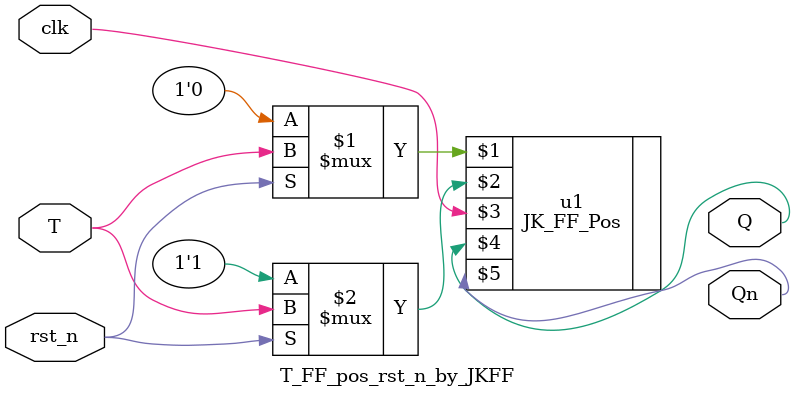
<source format=v>
module T_FF_pos_rst_n_by_JKFF(
    input T, clk, rst_n,
    output Q, Qn
);

    JK_FF_Pos u1(rst_n ? T : 1'b0, rst_n ? T : 1'b1, clk, Q, Qn);

endmodule
</source>
